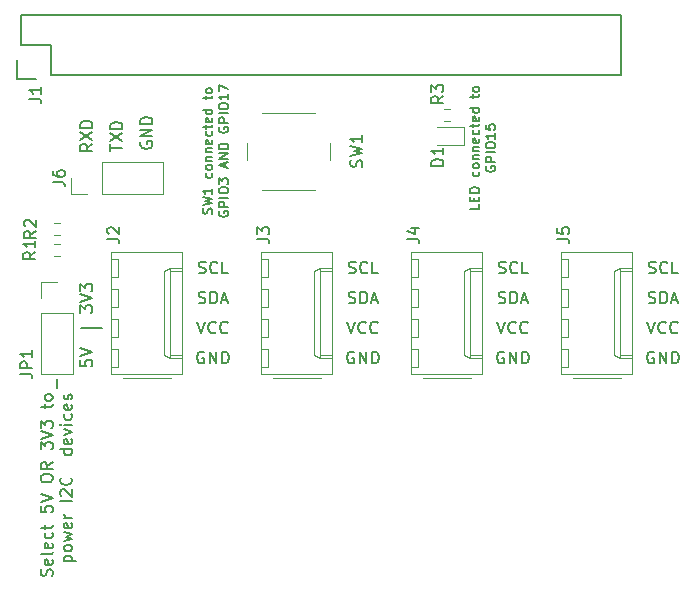
<source format=gto>
G04 #@! TF.GenerationSoftware,KiCad,Pcbnew,(5.1.7)-1*
G04 #@! TF.CreationDate,2021-05-12T14:55:54+08:00*
G04 #@! TF.ProjectId,pi4-breakout,7069342d-6272-4656-916b-6f75742e6b69,rev?*
G04 #@! TF.SameCoordinates,Original*
G04 #@! TF.FileFunction,Legend,Top*
G04 #@! TF.FilePolarity,Positive*
%FSLAX46Y46*%
G04 Gerber Fmt 4.6, Leading zero omitted, Abs format (unit mm)*
G04 Created by KiCad (PCBNEW (5.1.7)-1) date 2021-05-12 14:55:54*
%MOMM*%
%LPD*%
G01*
G04 APERTURE LIST*
%ADD10C,0.150000*%
%ADD11C,0.153000*%
%ADD12C,0.120000*%
%ADD13C,2.000000*%
%ADD14O,1.700000X1.700000*%
%ADD15R,1.700000X1.700000*%
%ADD16O,2.190000X1.740000*%
%ADD17R,1.727200X1.727200*%
%ADD18O,1.727200X1.727200*%
%ADD19C,6.200000*%
G04 APERTURE END LIST*
D10*
X123952000Y-104140000D02*
X125730000Y-104140000D01*
X134366095Y-106180000D02*
X134270857Y-106132380D01*
X134128000Y-106132380D01*
X133985142Y-106180000D01*
X133889904Y-106275238D01*
X133842285Y-106370476D01*
X133794666Y-106560952D01*
X133794666Y-106703809D01*
X133842285Y-106894285D01*
X133889904Y-106989523D01*
X133985142Y-107084761D01*
X134128000Y-107132380D01*
X134223238Y-107132380D01*
X134366095Y-107084761D01*
X134413714Y-107037142D01*
X134413714Y-106703809D01*
X134223238Y-106703809D01*
X134842285Y-107132380D02*
X134842285Y-106132380D01*
X135413714Y-107132380D01*
X135413714Y-106132380D01*
X135889904Y-107132380D02*
X135889904Y-106132380D01*
X136128000Y-106132380D01*
X136270857Y-106180000D01*
X136366095Y-106275238D01*
X136413714Y-106370476D01*
X136461333Y-106560952D01*
X136461333Y-106703809D01*
X136413714Y-106894285D01*
X136366095Y-106989523D01*
X136270857Y-107084761D01*
X136128000Y-107132380D01*
X135889904Y-107132380D01*
X133913714Y-102004761D02*
X134056571Y-102052380D01*
X134294666Y-102052380D01*
X134389904Y-102004761D01*
X134437523Y-101957142D01*
X134485142Y-101861904D01*
X134485142Y-101766666D01*
X134437523Y-101671428D01*
X134389904Y-101623809D01*
X134294666Y-101576190D01*
X134104190Y-101528571D01*
X134008952Y-101480952D01*
X133961333Y-101433333D01*
X133913714Y-101338095D01*
X133913714Y-101242857D01*
X133961333Y-101147619D01*
X134008952Y-101100000D01*
X134104190Y-101052380D01*
X134342285Y-101052380D01*
X134485142Y-101100000D01*
X134913714Y-102052380D02*
X134913714Y-101052380D01*
X135151809Y-101052380D01*
X135294666Y-101100000D01*
X135389904Y-101195238D01*
X135437523Y-101290476D01*
X135485142Y-101480952D01*
X135485142Y-101623809D01*
X135437523Y-101814285D01*
X135389904Y-101909523D01*
X135294666Y-102004761D01*
X135151809Y-102052380D01*
X134913714Y-102052380D01*
X135866095Y-101766666D02*
X136342285Y-101766666D01*
X135770857Y-102052380D02*
X136104190Y-101052380D01*
X136437523Y-102052380D01*
X133937523Y-99464761D02*
X134080380Y-99512380D01*
X134318476Y-99512380D01*
X134413714Y-99464761D01*
X134461333Y-99417142D01*
X134508952Y-99321904D01*
X134508952Y-99226666D01*
X134461333Y-99131428D01*
X134413714Y-99083809D01*
X134318476Y-99036190D01*
X134128000Y-98988571D01*
X134032761Y-98940952D01*
X133985142Y-98893333D01*
X133937523Y-98798095D01*
X133937523Y-98702857D01*
X133985142Y-98607619D01*
X134032761Y-98560000D01*
X134128000Y-98512380D01*
X134366095Y-98512380D01*
X134508952Y-98560000D01*
X135508952Y-99417142D02*
X135461333Y-99464761D01*
X135318476Y-99512380D01*
X135223238Y-99512380D01*
X135080380Y-99464761D01*
X134985142Y-99369523D01*
X134937523Y-99274285D01*
X134889904Y-99083809D01*
X134889904Y-98940952D01*
X134937523Y-98750476D01*
X134985142Y-98655238D01*
X135080380Y-98560000D01*
X135223238Y-98512380D01*
X135318476Y-98512380D01*
X135461333Y-98560000D01*
X135508952Y-98607619D01*
X136413714Y-99512380D02*
X135937523Y-99512380D01*
X135937523Y-98512380D01*
X133794666Y-103592380D02*
X134128000Y-104592380D01*
X134461333Y-103592380D01*
X135366095Y-104497142D02*
X135318476Y-104544761D01*
X135175619Y-104592380D01*
X135080380Y-104592380D01*
X134937523Y-104544761D01*
X134842285Y-104449523D01*
X134794666Y-104354285D01*
X134747047Y-104163809D01*
X134747047Y-104020952D01*
X134794666Y-103830476D01*
X134842285Y-103735238D01*
X134937523Y-103640000D01*
X135080380Y-103592380D01*
X135175619Y-103592380D01*
X135318476Y-103640000D01*
X135366095Y-103687619D01*
X136366095Y-104497142D02*
X136318476Y-104544761D01*
X136175619Y-104592380D01*
X136080380Y-104592380D01*
X135937523Y-104544761D01*
X135842285Y-104449523D01*
X135794666Y-104354285D01*
X135747047Y-104163809D01*
X135747047Y-104020952D01*
X135794666Y-103830476D01*
X135842285Y-103735238D01*
X135937523Y-103640000D01*
X136080380Y-103592380D01*
X136175619Y-103592380D01*
X136318476Y-103640000D01*
X136366095Y-103687619D01*
X147066095Y-106180000D02*
X146970857Y-106132380D01*
X146828000Y-106132380D01*
X146685142Y-106180000D01*
X146589904Y-106275238D01*
X146542285Y-106370476D01*
X146494666Y-106560952D01*
X146494666Y-106703809D01*
X146542285Y-106894285D01*
X146589904Y-106989523D01*
X146685142Y-107084761D01*
X146828000Y-107132380D01*
X146923238Y-107132380D01*
X147066095Y-107084761D01*
X147113714Y-107037142D01*
X147113714Y-106703809D01*
X146923238Y-106703809D01*
X147542285Y-107132380D02*
X147542285Y-106132380D01*
X148113714Y-107132380D01*
X148113714Y-106132380D01*
X148589904Y-107132380D02*
X148589904Y-106132380D01*
X148828000Y-106132380D01*
X148970857Y-106180000D01*
X149066095Y-106275238D01*
X149113714Y-106370476D01*
X149161333Y-106560952D01*
X149161333Y-106703809D01*
X149113714Y-106894285D01*
X149066095Y-106989523D01*
X148970857Y-107084761D01*
X148828000Y-107132380D01*
X148589904Y-107132380D01*
X146613714Y-102004761D02*
X146756571Y-102052380D01*
X146994666Y-102052380D01*
X147089904Y-102004761D01*
X147137523Y-101957142D01*
X147185142Y-101861904D01*
X147185142Y-101766666D01*
X147137523Y-101671428D01*
X147089904Y-101623809D01*
X146994666Y-101576190D01*
X146804190Y-101528571D01*
X146708952Y-101480952D01*
X146661333Y-101433333D01*
X146613714Y-101338095D01*
X146613714Y-101242857D01*
X146661333Y-101147619D01*
X146708952Y-101100000D01*
X146804190Y-101052380D01*
X147042285Y-101052380D01*
X147185142Y-101100000D01*
X147613714Y-102052380D02*
X147613714Y-101052380D01*
X147851809Y-101052380D01*
X147994666Y-101100000D01*
X148089904Y-101195238D01*
X148137523Y-101290476D01*
X148185142Y-101480952D01*
X148185142Y-101623809D01*
X148137523Y-101814285D01*
X148089904Y-101909523D01*
X147994666Y-102004761D01*
X147851809Y-102052380D01*
X147613714Y-102052380D01*
X148566095Y-101766666D02*
X149042285Y-101766666D01*
X148470857Y-102052380D02*
X148804190Y-101052380D01*
X149137523Y-102052380D01*
X146637523Y-99464761D02*
X146780380Y-99512380D01*
X147018476Y-99512380D01*
X147113714Y-99464761D01*
X147161333Y-99417142D01*
X147208952Y-99321904D01*
X147208952Y-99226666D01*
X147161333Y-99131428D01*
X147113714Y-99083809D01*
X147018476Y-99036190D01*
X146828000Y-98988571D01*
X146732761Y-98940952D01*
X146685142Y-98893333D01*
X146637523Y-98798095D01*
X146637523Y-98702857D01*
X146685142Y-98607619D01*
X146732761Y-98560000D01*
X146828000Y-98512380D01*
X147066095Y-98512380D01*
X147208952Y-98560000D01*
X148208952Y-99417142D02*
X148161333Y-99464761D01*
X148018476Y-99512380D01*
X147923238Y-99512380D01*
X147780380Y-99464761D01*
X147685142Y-99369523D01*
X147637523Y-99274285D01*
X147589904Y-99083809D01*
X147589904Y-98940952D01*
X147637523Y-98750476D01*
X147685142Y-98655238D01*
X147780380Y-98560000D01*
X147923238Y-98512380D01*
X148018476Y-98512380D01*
X148161333Y-98560000D01*
X148208952Y-98607619D01*
X149113714Y-99512380D02*
X148637523Y-99512380D01*
X148637523Y-98512380D01*
X146494666Y-103592380D02*
X146828000Y-104592380D01*
X147161333Y-103592380D01*
X148066095Y-104497142D02*
X148018476Y-104544761D01*
X147875619Y-104592380D01*
X147780380Y-104592380D01*
X147637523Y-104544761D01*
X147542285Y-104449523D01*
X147494666Y-104354285D01*
X147447047Y-104163809D01*
X147447047Y-104020952D01*
X147494666Y-103830476D01*
X147542285Y-103735238D01*
X147637523Y-103640000D01*
X147780380Y-103592380D01*
X147875619Y-103592380D01*
X148018476Y-103640000D01*
X148066095Y-103687619D01*
X149066095Y-104497142D02*
X149018476Y-104544761D01*
X148875619Y-104592380D01*
X148780380Y-104592380D01*
X148637523Y-104544761D01*
X148542285Y-104449523D01*
X148494666Y-104354285D01*
X148447047Y-104163809D01*
X148447047Y-104020952D01*
X148494666Y-103830476D01*
X148542285Y-103735238D01*
X148637523Y-103640000D01*
X148780380Y-103592380D01*
X148875619Y-103592380D01*
X149018476Y-103640000D01*
X149066095Y-103687619D01*
X159766095Y-106180000D02*
X159670857Y-106132380D01*
X159528000Y-106132380D01*
X159385142Y-106180000D01*
X159289904Y-106275238D01*
X159242285Y-106370476D01*
X159194666Y-106560952D01*
X159194666Y-106703809D01*
X159242285Y-106894285D01*
X159289904Y-106989523D01*
X159385142Y-107084761D01*
X159528000Y-107132380D01*
X159623238Y-107132380D01*
X159766095Y-107084761D01*
X159813714Y-107037142D01*
X159813714Y-106703809D01*
X159623238Y-106703809D01*
X160242285Y-107132380D02*
X160242285Y-106132380D01*
X160813714Y-107132380D01*
X160813714Y-106132380D01*
X161289904Y-107132380D02*
X161289904Y-106132380D01*
X161528000Y-106132380D01*
X161670857Y-106180000D01*
X161766095Y-106275238D01*
X161813714Y-106370476D01*
X161861333Y-106560952D01*
X161861333Y-106703809D01*
X161813714Y-106894285D01*
X161766095Y-106989523D01*
X161670857Y-107084761D01*
X161528000Y-107132380D01*
X161289904Y-107132380D01*
X159313714Y-102004761D02*
X159456571Y-102052380D01*
X159694666Y-102052380D01*
X159789904Y-102004761D01*
X159837523Y-101957142D01*
X159885142Y-101861904D01*
X159885142Y-101766666D01*
X159837523Y-101671428D01*
X159789904Y-101623809D01*
X159694666Y-101576190D01*
X159504190Y-101528571D01*
X159408952Y-101480952D01*
X159361333Y-101433333D01*
X159313714Y-101338095D01*
X159313714Y-101242857D01*
X159361333Y-101147619D01*
X159408952Y-101100000D01*
X159504190Y-101052380D01*
X159742285Y-101052380D01*
X159885142Y-101100000D01*
X160313714Y-102052380D02*
X160313714Y-101052380D01*
X160551809Y-101052380D01*
X160694666Y-101100000D01*
X160789904Y-101195238D01*
X160837523Y-101290476D01*
X160885142Y-101480952D01*
X160885142Y-101623809D01*
X160837523Y-101814285D01*
X160789904Y-101909523D01*
X160694666Y-102004761D01*
X160551809Y-102052380D01*
X160313714Y-102052380D01*
X161266095Y-101766666D02*
X161742285Y-101766666D01*
X161170857Y-102052380D02*
X161504190Y-101052380D01*
X161837523Y-102052380D01*
X159337523Y-99464761D02*
X159480380Y-99512380D01*
X159718476Y-99512380D01*
X159813714Y-99464761D01*
X159861333Y-99417142D01*
X159908952Y-99321904D01*
X159908952Y-99226666D01*
X159861333Y-99131428D01*
X159813714Y-99083809D01*
X159718476Y-99036190D01*
X159528000Y-98988571D01*
X159432761Y-98940952D01*
X159385142Y-98893333D01*
X159337523Y-98798095D01*
X159337523Y-98702857D01*
X159385142Y-98607619D01*
X159432761Y-98560000D01*
X159528000Y-98512380D01*
X159766095Y-98512380D01*
X159908952Y-98560000D01*
X160908952Y-99417142D02*
X160861333Y-99464761D01*
X160718476Y-99512380D01*
X160623238Y-99512380D01*
X160480380Y-99464761D01*
X160385142Y-99369523D01*
X160337523Y-99274285D01*
X160289904Y-99083809D01*
X160289904Y-98940952D01*
X160337523Y-98750476D01*
X160385142Y-98655238D01*
X160480380Y-98560000D01*
X160623238Y-98512380D01*
X160718476Y-98512380D01*
X160861333Y-98560000D01*
X160908952Y-98607619D01*
X161813714Y-99512380D02*
X161337523Y-99512380D01*
X161337523Y-98512380D01*
X159194666Y-103592380D02*
X159528000Y-104592380D01*
X159861333Y-103592380D01*
X160766095Y-104497142D02*
X160718476Y-104544761D01*
X160575619Y-104592380D01*
X160480380Y-104592380D01*
X160337523Y-104544761D01*
X160242285Y-104449523D01*
X160194666Y-104354285D01*
X160147047Y-104163809D01*
X160147047Y-104020952D01*
X160194666Y-103830476D01*
X160242285Y-103735238D01*
X160337523Y-103640000D01*
X160480380Y-103592380D01*
X160575619Y-103592380D01*
X160718476Y-103640000D01*
X160766095Y-103687619D01*
X161766095Y-104497142D02*
X161718476Y-104544761D01*
X161575619Y-104592380D01*
X161480380Y-104592380D01*
X161337523Y-104544761D01*
X161242285Y-104449523D01*
X161194666Y-104354285D01*
X161147047Y-104163809D01*
X161147047Y-104020952D01*
X161194666Y-103830476D01*
X161242285Y-103735238D01*
X161337523Y-103640000D01*
X161480380Y-103592380D01*
X161575619Y-103592380D01*
X161718476Y-103640000D01*
X161766095Y-103687619D01*
X129040000Y-88391904D02*
X128992380Y-88487142D01*
X128992380Y-88630000D01*
X129040000Y-88772857D01*
X129135238Y-88868095D01*
X129230476Y-88915714D01*
X129420952Y-88963333D01*
X129563809Y-88963333D01*
X129754285Y-88915714D01*
X129849523Y-88868095D01*
X129944761Y-88772857D01*
X129992380Y-88630000D01*
X129992380Y-88534761D01*
X129944761Y-88391904D01*
X129897142Y-88344285D01*
X129563809Y-88344285D01*
X129563809Y-88534761D01*
X129992380Y-87915714D02*
X128992380Y-87915714D01*
X129992380Y-87344285D01*
X128992380Y-87344285D01*
X129992380Y-86868095D02*
X128992380Y-86868095D01*
X128992380Y-86630000D01*
X129040000Y-86487142D01*
X129135238Y-86391904D01*
X129230476Y-86344285D01*
X129420952Y-86296666D01*
X129563809Y-86296666D01*
X129754285Y-86344285D01*
X129849523Y-86391904D01*
X129944761Y-86487142D01*
X129992380Y-86630000D01*
X129992380Y-86868095D01*
X126452380Y-89145904D02*
X126452380Y-88574476D01*
X127452380Y-88860190D02*
X126452380Y-88860190D01*
X126452380Y-88336380D02*
X127452380Y-87669714D01*
X126452380Y-87669714D02*
X127452380Y-88336380D01*
X127452380Y-87288761D02*
X126452380Y-87288761D01*
X126452380Y-87050666D01*
X126500000Y-86907809D01*
X126595238Y-86812571D01*
X126690476Y-86764952D01*
X126880952Y-86717333D01*
X127023809Y-86717333D01*
X127214285Y-86764952D01*
X127309523Y-86812571D01*
X127404761Y-86907809D01*
X127452380Y-87050666D01*
X127452380Y-87288761D01*
X124912380Y-88550666D02*
X124436190Y-88884000D01*
X124912380Y-89122095D02*
X123912380Y-89122095D01*
X123912380Y-88741142D01*
X123960000Y-88645904D01*
X124007619Y-88598285D01*
X124102857Y-88550666D01*
X124245714Y-88550666D01*
X124340952Y-88598285D01*
X124388571Y-88645904D01*
X124436190Y-88741142D01*
X124436190Y-89122095D01*
X123912380Y-88217333D02*
X124912380Y-87550666D01*
X123912380Y-87550666D02*
X124912380Y-88217333D01*
X124912380Y-87169714D02*
X123912380Y-87169714D01*
X123912380Y-86931619D01*
X123960000Y-86788761D01*
X124055238Y-86693523D01*
X124150476Y-86645904D01*
X124340952Y-86598285D01*
X124483809Y-86598285D01*
X124674285Y-86645904D01*
X124769523Y-86693523D01*
X124864761Y-86788761D01*
X124912380Y-86931619D01*
X124912380Y-87169714D01*
D11*
X157673404Y-93661904D02*
X157673404Y-94042857D01*
X156873404Y-94042857D01*
X157254357Y-93395238D02*
X157254357Y-93128571D01*
X157673404Y-93014285D02*
X157673404Y-93395238D01*
X156873404Y-93395238D01*
X156873404Y-93014285D01*
X157673404Y-92671428D02*
X156873404Y-92671428D01*
X156873404Y-92480952D01*
X156911500Y-92366666D01*
X156987690Y-92290476D01*
X157063880Y-92252380D01*
X157216261Y-92214285D01*
X157330547Y-92214285D01*
X157482928Y-92252380D01*
X157559119Y-92290476D01*
X157635309Y-92366666D01*
X157673404Y-92480952D01*
X157673404Y-92671428D01*
X157635309Y-90919047D02*
X157673404Y-90995238D01*
X157673404Y-91147619D01*
X157635309Y-91223809D01*
X157597214Y-91261904D01*
X157521023Y-91300000D01*
X157292452Y-91300000D01*
X157216261Y-91261904D01*
X157178166Y-91223809D01*
X157140071Y-91147619D01*
X157140071Y-90995238D01*
X157178166Y-90919047D01*
X157673404Y-90461904D02*
X157635309Y-90538095D01*
X157597214Y-90576190D01*
X157521023Y-90614285D01*
X157292452Y-90614285D01*
X157216261Y-90576190D01*
X157178166Y-90538095D01*
X157140071Y-90461904D01*
X157140071Y-90347619D01*
X157178166Y-90271428D01*
X157216261Y-90233333D01*
X157292452Y-90195238D01*
X157521023Y-90195238D01*
X157597214Y-90233333D01*
X157635309Y-90271428D01*
X157673404Y-90347619D01*
X157673404Y-90461904D01*
X157140071Y-89852380D02*
X157673404Y-89852380D01*
X157216261Y-89852380D02*
X157178166Y-89814285D01*
X157140071Y-89738095D01*
X157140071Y-89623809D01*
X157178166Y-89547619D01*
X157254357Y-89509523D01*
X157673404Y-89509523D01*
X157140071Y-89128571D02*
X157673404Y-89128571D01*
X157216261Y-89128571D02*
X157178166Y-89090476D01*
X157140071Y-89014285D01*
X157140071Y-88900000D01*
X157178166Y-88823809D01*
X157254357Y-88785714D01*
X157673404Y-88785714D01*
X157635309Y-88100000D02*
X157673404Y-88176190D01*
X157673404Y-88328571D01*
X157635309Y-88404761D01*
X157559119Y-88442857D01*
X157254357Y-88442857D01*
X157178166Y-88404761D01*
X157140071Y-88328571D01*
X157140071Y-88176190D01*
X157178166Y-88100000D01*
X157254357Y-88061904D01*
X157330547Y-88061904D01*
X157406738Y-88442857D01*
X157635309Y-87376190D02*
X157673404Y-87452380D01*
X157673404Y-87604761D01*
X157635309Y-87680952D01*
X157597214Y-87719047D01*
X157521023Y-87757142D01*
X157292452Y-87757142D01*
X157216261Y-87719047D01*
X157178166Y-87680952D01*
X157140071Y-87604761D01*
X157140071Y-87452380D01*
X157178166Y-87376190D01*
X157140071Y-87147619D02*
X157140071Y-86842857D01*
X156873404Y-87033333D02*
X157559119Y-87033333D01*
X157635309Y-86995238D01*
X157673404Y-86919047D01*
X157673404Y-86842857D01*
X157635309Y-86271428D02*
X157673404Y-86347619D01*
X157673404Y-86500000D01*
X157635309Y-86576190D01*
X157559119Y-86614285D01*
X157254357Y-86614285D01*
X157178166Y-86576190D01*
X157140071Y-86500000D01*
X157140071Y-86347619D01*
X157178166Y-86271428D01*
X157254357Y-86233333D01*
X157330547Y-86233333D01*
X157406738Y-86614285D01*
X157673404Y-85547619D02*
X156873404Y-85547619D01*
X157635309Y-85547619D02*
X157673404Y-85623809D01*
X157673404Y-85776190D01*
X157635309Y-85852380D01*
X157597214Y-85890476D01*
X157521023Y-85928571D01*
X157292452Y-85928571D01*
X157216261Y-85890476D01*
X157178166Y-85852380D01*
X157140071Y-85776190D01*
X157140071Y-85623809D01*
X157178166Y-85547619D01*
X157140071Y-84671428D02*
X157140071Y-84366666D01*
X156873404Y-84557142D02*
X157559119Y-84557142D01*
X157635309Y-84519047D01*
X157673404Y-84442857D01*
X157673404Y-84366666D01*
X157673404Y-83985714D02*
X157635309Y-84061904D01*
X157597214Y-84100000D01*
X157521023Y-84138095D01*
X157292452Y-84138095D01*
X157216261Y-84100000D01*
X157178166Y-84061904D01*
X157140071Y-83985714D01*
X157140071Y-83871428D01*
X157178166Y-83795238D01*
X157216261Y-83757142D01*
X157292452Y-83719047D01*
X157521023Y-83719047D01*
X157597214Y-83757142D01*
X157635309Y-83795238D01*
X157673404Y-83871428D01*
X157673404Y-83985714D01*
X158264500Y-90461904D02*
X158226404Y-90538095D01*
X158226404Y-90652380D01*
X158264500Y-90766666D01*
X158340690Y-90842857D01*
X158416880Y-90880952D01*
X158569261Y-90919047D01*
X158683547Y-90919047D01*
X158835928Y-90880952D01*
X158912119Y-90842857D01*
X158988309Y-90766666D01*
X159026404Y-90652380D01*
X159026404Y-90576190D01*
X158988309Y-90461904D01*
X158950214Y-90423809D01*
X158683547Y-90423809D01*
X158683547Y-90576190D01*
X159026404Y-90080952D02*
X158226404Y-90080952D01*
X158226404Y-89776190D01*
X158264500Y-89700000D01*
X158302595Y-89661904D01*
X158378785Y-89623809D01*
X158493071Y-89623809D01*
X158569261Y-89661904D01*
X158607357Y-89700000D01*
X158645452Y-89776190D01*
X158645452Y-90080952D01*
X159026404Y-89280952D02*
X158226404Y-89280952D01*
X158226404Y-88747619D02*
X158226404Y-88595238D01*
X158264500Y-88519047D01*
X158340690Y-88442857D01*
X158493071Y-88404761D01*
X158759738Y-88404761D01*
X158912119Y-88442857D01*
X158988309Y-88519047D01*
X159026404Y-88595238D01*
X159026404Y-88747619D01*
X158988309Y-88823809D01*
X158912119Y-88900000D01*
X158759738Y-88938095D01*
X158493071Y-88938095D01*
X158340690Y-88900000D01*
X158264500Y-88823809D01*
X158226404Y-88747619D01*
X159026404Y-87642857D02*
X159026404Y-88100000D01*
X159026404Y-87871428D02*
X158226404Y-87871428D01*
X158340690Y-87947619D01*
X158416880Y-88023809D01*
X158454976Y-88100000D01*
X158226404Y-86919047D02*
X158226404Y-87300000D01*
X158607357Y-87338095D01*
X158569261Y-87300000D01*
X158531166Y-87223809D01*
X158531166Y-87033333D01*
X158569261Y-86957142D01*
X158607357Y-86919047D01*
X158683547Y-86880952D01*
X158874023Y-86880952D01*
X158950214Y-86919047D01*
X158988309Y-86957142D01*
X159026404Y-87033333D01*
X159026404Y-87223809D01*
X158988309Y-87300000D01*
X158950214Y-87338095D01*
X135029309Y-94468285D02*
X135067404Y-94354000D01*
X135067404Y-94163523D01*
X135029309Y-94087333D01*
X134991214Y-94049238D01*
X134915023Y-94011142D01*
X134838833Y-94011142D01*
X134762642Y-94049238D01*
X134724547Y-94087333D01*
X134686452Y-94163523D01*
X134648357Y-94315904D01*
X134610261Y-94392095D01*
X134572166Y-94430190D01*
X134495976Y-94468285D01*
X134419785Y-94468285D01*
X134343595Y-94430190D01*
X134305500Y-94392095D01*
X134267404Y-94315904D01*
X134267404Y-94125428D01*
X134305500Y-94011142D01*
X134267404Y-93744476D02*
X135067404Y-93554000D01*
X134495976Y-93401619D01*
X135067404Y-93249238D01*
X134267404Y-93058761D01*
X135067404Y-92334952D02*
X135067404Y-92792095D01*
X135067404Y-92563523D02*
X134267404Y-92563523D01*
X134381690Y-92639714D01*
X134457880Y-92715904D01*
X134495976Y-92792095D01*
X135029309Y-91039714D02*
X135067404Y-91115904D01*
X135067404Y-91268285D01*
X135029309Y-91344476D01*
X134991214Y-91382571D01*
X134915023Y-91420666D01*
X134686452Y-91420666D01*
X134610261Y-91382571D01*
X134572166Y-91344476D01*
X134534071Y-91268285D01*
X134534071Y-91115904D01*
X134572166Y-91039714D01*
X135067404Y-90582571D02*
X135029309Y-90658761D01*
X134991214Y-90696857D01*
X134915023Y-90734952D01*
X134686452Y-90734952D01*
X134610261Y-90696857D01*
X134572166Y-90658761D01*
X134534071Y-90582571D01*
X134534071Y-90468285D01*
X134572166Y-90392095D01*
X134610261Y-90354000D01*
X134686452Y-90315904D01*
X134915023Y-90315904D01*
X134991214Y-90354000D01*
X135029309Y-90392095D01*
X135067404Y-90468285D01*
X135067404Y-90582571D01*
X134534071Y-89973047D02*
X135067404Y-89973047D01*
X134610261Y-89973047D02*
X134572166Y-89934952D01*
X134534071Y-89858761D01*
X134534071Y-89744476D01*
X134572166Y-89668285D01*
X134648357Y-89630190D01*
X135067404Y-89630190D01*
X134534071Y-89249238D02*
X135067404Y-89249238D01*
X134610261Y-89249238D02*
X134572166Y-89211142D01*
X134534071Y-89134952D01*
X134534071Y-89020666D01*
X134572166Y-88944476D01*
X134648357Y-88906380D01*
X135067404Y-88906380D01*
X135029309Y-88220666D02*
X135067404Y-88296857D01*
X135067404Y-88449238D01*
X135029309Y-88525428D01*
X134953119Y-88563523D01*
X134648357Y-88563523D01*
X134572166Y-88525428D01*
X134534071Y-88449238D01*
X134534071Y-88296857D01*
X134572166Y-88220666D01*
X134648357Y-88182571D01*
X134724547Y-88182571D01*
X134800738Y-88563523D01*
X135029309Y-87496857D02*
X135067404Y-87573047D01*
X135067404Y-87725428D01*
X135029309Y-87801619D01*
X134991214Y-87839714D01*
X134915023Y-87877809D01*
X134686452Y-87877809D01*
X134610261Y-87839714D01*
X134572166Y-87801619D01*
X134534071Y-87725428D01*
X134534071Y-87573047D01*
X134572166Y-87496857D01*
X134534071Y-87268285D02*
X134534071Y-86963523D01*
X134267404Y-87154000D02*
X134953119Y-87154000D01*
X135029309Y-87115904D01*
X135067404Y-87039714D01*
X135067404Y-86963523D01*
X135029309Y-86392095D02*
X135067404Y-86468285D01*
X135067404Y-86620666D01*
X135029309Y-86696857D01*
X134953119Y-86734952D01*
X134648357Y-86734952D01*
X134572166Y-86696857D01*
X134534071Y-86620666D01*
X134534071Y-86468285D01*
X134572166Y-86392095D01*
X134648357Y-86354000D01*
X134724547Y-86354000D01*
X134800738Y-86734952D01*
X135067404Y-85668285D02*
X134267404Y-85668285D01*
X135029309Y-85668285D02*
X135067404Y-85744476D01*
X135067404Y-85896857D01*
X135029309Y-85973047D01*
X134991214Y-86011142D01*
X134915023Y-86049238D01*
X134686452Y-86049238D01*
X134610261Y-86011142D01*
X134572166Y-85973047D01*
X134534071Y-85896857D01*
X134534071Y-85744476D01*
X134572166Y-85668285D01*
X134534071Y-84792095D02*
X134534071Y-84487333D01*
X134267404Y-84677809D02*
X134953119Y-84677809D01*
X135029309Y-84639714D01*
X135067404Y-84563523D01*
X135067404Y-84487333D01*
X135067404Y-84106380D02*
X135029309Y-84182571D01*
X134991214Y-84220666D01*
X134915023Y-84258761D01*
X134686452Y-84258761D01*
X134610261Y-84220666D01*
X134572166Y-84182571D01*
X134534071Y-84106380D01*
X134534071Y-83992095D01*
X134572166Y-83915904D01*
X134610261Y-83877809D01*
X134686452Y-83839714D01*
X134915023Y-83839714D01*
X134991214Y-83877809D01*
X135029309Y-83915904D01*
X135067404Y-83992095D01*
X135067404Y-84106380D01*
X135658500Y-94277809D02*
X135620404Y-94354000D01*
X135620404Y-94468285D01*
X135658500Y-94582571D01*
X135734690Y-94658761D01*
X135810880Y-94696857D01*
X135963261Y-94734952D01*
X136077547Y-94734952D01*
X136229928Y-94696857D01*
X136306119Y-94658761D01*
X136382309Y-94582571D01*
X136420404Y-94468285D01*
X136420404Y-94392095D01*
X136382309Y-94277809D01*
X136344214Y-94239714D01*
X136077547Y-94239714D01*
X136077547Y-94392095D01*
X136420404Y-93896857D02*
X135620404Y-93896857D01*
X135620404Y-93592095D01*
X135658500Y-93515904D01*
X135696595Y-93477809D01*
X135772785Y-93439714D01*
X135887071Y-93439714D01*
X135963261Y-93477809D01*
X136001357Y-93515904D01*
X136039452Y-93592095D01*
X136039452Y-93896857D01*
X136420404Y-93096857D02*
X135620404Y-93096857D01*
X135620404Y-92563523D02*
X135620404Y-92411142D01*
X135658500Y-92334952D01*
X135734690Y-92258761D01*
X135887071Y-92220666D01*
X136153738Y-92220666D01*
X136306119Y-92258761D01*
X136382309Y-92334952D01*
X136420404Y-92411142D01*
X136420404Y-92563523D01*
X136382309Y-92639714D01*
X136306119Y-92715904D01*
X136153738Y-92754000D01*
X135887071Y-92754000D01*
X135734690Y-92715904D01*
X135658500Y-92639714D01*
X135620404Y-92563523D01*
X135620404Y-91954000D02*
X135620404Y-91458761D01*
X135925166Y-91725428D01*
X135925166Y-91611142D01*
X135963261Y-91534952D01*
X136001357Y-91496857D01*
X136077547Y-91458761D01*
X136268023Y-91458761D01*
X136344214Y-91496857D01*
X136382309Y-91534952D01*
X136420404Y-91611142D01*
X136420404Y-91839714D01*
X136382309Y-91915904D01*
X136344214Y-91954000D01*
X136191833Y-90544476D02*
X136191833Y-90163523D01*
X136420404Y-90620666D02*
X135620404Y-90354000D01*
X136420404Y-90087333D01*
X136420404Y-89820666D02*
X135620404Y-89820666D01*
X136420404Y-89363523D01*
X135620404Y-89363523D01*
X136420404Y-88982571D02*
X135620404Y-88982571D01*
X135620404Y-88792095D01*
X135658500Y-88677809D01*
X135734690Y-88601619D01*
X135810880Y-88563523D01*
X135963261Y-88525428D01*
X136077547Y-88525428D01*
X136229928Y-88563523D01*
X136306119Y-88601619D01*
X136382309Y-88677809D01*
X136420404Y-88792095D01*
X136420404Y-88982571D01*
X135658500Y-87154000D02*
X135620404Y-87230190D01*
X135620404Y-87344476D01*
X135658500Y-87458761D01*
X135734690Y-87534952D01*
X135810880Y-87573047D01*
X135963261Y-87611142D01*
X136077547Y-87611142D01*
X136229928Y-87573047D01*
X136306119Y-87534952D01*
X136382309Y-87458761D01*
X136420404Y-87344476D01*
X136420404Y-87268285D01*
X136382309Y-87154000D01*
X136344214Y-87115904D01*
X136077547Y-87115904D01*
X136077547Y-87268285D01*
X136420404Y-86773047D02*
X135620404Y-86773047D01*
X135620404Y-86468285D01*
X135658500Y-86392095D01*
X135696595Y-86354000D01*
X135772785Y-86315904D01*
X135887071Y-86315904D01*
X135963261Y-86354000D01*
X136001357Y-86392095D01*
X136039452Y-86468285D01*
X136039452Y-86773047D01*
X136420404Y-85973047D02*
X135620404Y-85973047D01*
X135620404Y-85439714D02*
X135620404Y-85287333D01*
X135658500Y-85211142D01*
X135734690Y-85134952D01*
X135887071Y-85096857D01*
X136153738Y-85096857D01*
X136306119Y-85134952D01*
X136382309Y-85211142D01*
X136420404Y-85287333D01*
X136420404Y-85439714D01*
X136382309Y-85515904D01*
X136306119Y-85592095D01*
X136153738Y-85630190D01*
X135887071Y-85630190D01*
X135734690Y-85592095D01*
X135658500Y-85515904D01*
X135620404Y-85439714D01*
X136420404Y-84334952D02*
X136420404Y-84792095D01*
X136420404Y-84563523D02*
X135620404Y-84563523D01*
X135734690Y-84639714D01*
X135810880Y-84715904D01*
X135848976Y-84792095D01*
X135620404Y-84068285D02*
X135620404Y-83534952D01*
X136420404Y-83877809D01*
D10*
X121920000Y-109220000D02*
X121920000Y-108458000D01*
X121499761Y-125142928D02*
X121547380Y-125000071D01*
X121547380Y-124761976D01*
X121499761Y-124666738D01*
X121452142Y-124619119D01*
X121356904Y-124571500D01*
X121261666Y-124571500D01*
X121166428Y-124619119D01*
X121118809Y-124666738D01*
X121071190Y-124761976D01*
X121023571Y-124952452D01*
X120975952Y-125047690D01*
X120928333Y-125095309D01*
X120833095Y-125142928D01*
X120737857Y-125142928D01*
X120642619Y-125095309D01*
X120595000Y-125047690D01*
X120547380Y-124952452D01*
X120547380Y-124714357D01*
X120595000Y-124571500D01*
X121499761Y-123761976D02*
X121547380Y-123857214D01*
X121547380Y-124047690D01*
X121499761Y-124142928D01*
X121404523Y-124190547D01*
X121023571Y-124190547D01*
X120928333Y-124142928D01*
X120880714Y-124047690D01*
X120880714Y-123857214D01*
X120928333Y-123761976D01*
X121023571Y-123714357D01*
X121118809Y-123714357D01*
X121214047Y-124190547D01*
X121547380Y-123142928D02*
X121499761Y-123238166D01*
X121404523Y-123285785D01*
X120547380Y-123285785D01*
X121499761Y-122381023D02*
X121547380Y-122476261D01*
X121547380Y-122666738D01*
X121499761Y-122761976D01*
X121404523Y-122809595D01*
X121023571Y-122809595D01*
X120928333Y-122761976D01*
X120880714Y-122666738D01*
X120880714Y-122476261D01*
X120928333Y-122381023D01*
X121023571Y-122333404D01*
X121118809Y-122333404D01*
X121214047Y-122809595D01*
X121499761Y-121476261D02*
X121547380Y-121571500D01*
X121547380Y-121761976D01*
X121499761Y-121857214D01*
X121452142Y-121904833D01*
X121356904Y-121952452D01*
X121071190Y-121952452D01*
X120975952Y-121904833D01*
X120928333Y-121857214D01*
X120880714Y-121761976D01*
X120880714Y-121571500D01*
X120928333Y-121476261D01*
X120880714Y-121190547D02*
X120880714Y-120809595D01*
X120547380Y-121047690D02*
X121404523Y-121047690D01*
X121499761Y-121000071D01*
X121547380Y-120904833D01*
X121547380Y-120809595D01*
X120547380Y-119238166D02*
X120547380Y-119714357D01*
X121023571Y-119761976D01*
X120975952Y-119714357D01*
X120928333Y-119619119D01*
X120928333Y-119381023D01*
X120975952Y-119285785D01*
X121023571Y-119238166D01*
X121118809Y-119190547D01*
X121356904Y-119190547D01*
X121452142Y-119238166D01*
X121499761Y-119285785D01*
X121547380Y-119381023D01*
X121547380Y-119619119D01*
X121499761Y-119714357D01*
X121452142Y-119761976D01*
X120547380Y-118904833D02*
X121547380Y-118571500D01*
X120547380Y-118238166D01*
X120547380Y-116952452D02*
X120547380Y-116761976D01*
X120595000Y-116666738D01*
X120690238Y-116571500D01*
X120880714Y-116523880D01*
X121214047Y-116523880D01*
X121404523Y-116571500D01*
X121499761Y-116666738D01*
X121547380Y-116761976D01*
X121547380Y-116952452D01*
X121499761Y-117047690D01*
X121404523Y-117142928D01*
X121214047Y-117190547D01*
X120880714Y-117190547D01*
X120690238Y-117142928D01*
X120595000Y-117047690D01*
X120547380Y-116952452D01*
X121547380Y-115523880D02*
X121071190Y-115857214D01*
X121547380Y-116095309D02*
X120547380Y-116095309D01*
X120547380Y-115714357D01*
X120595000Y-115619119D01*
X120642619Y-115571500D01*
X120737857Y-115523880D01*
X120880714Y-115523880D01*
X120975952Y-115571500D01*
X121023571Y-115619119D01*
X121071190Y-115714357D01*
X121071190Y-116095309D01*
X120547380Y-114428642D02*
X120547380Y-113809595D01*
X120928333Y-114142928D01*
X120928333Y-114000071D01*
X120975952Y-113904833D01*
X121023571Y-113857214D01*
X121118809Y-113809595D01*
X121356904Y-113809595D01*
X121452142Y-113857214D01*
X121499761Y-113904833D01*
X121547380Y-114000071D01*
X121547380Y-114285785D01*
X121499761Y-114381023D01*
X121452142Y-114428642D01*
X120547380Y-113523880D02*
X121547380Y-113190547D01*
X120547380Y-112857214D01*
X120547380Y-112619119D02*
X120547380Y-112000071D01*
X120928333Y-112333404D01*
X120928333Y-112190547D01*
X120975952Y-112095309D01*
X121023571Y-112047690D01*
X121118809Y-112000071D01*
X121356904Y-112000071D01*
X121452142Y-112047690D01*
X121499761Y-112095309D01*
X121547380Y-112190547D01*
X121547380Y-112476261D01*
X121499761Y-112571500D01*
X121452142Y-112619119D01*
X120880714Y-110952452D02*
X120880714Y-110571500D01*
X120547380Y-110809595D02*
X121404523Y-110809595D01*
X121499761Y-110761976D01*
X121547380Y-110666738D01*
X121547380Y-110571500D01*
X121547380Y-110095309D02*
X121499761Y-110190547D01*
X121452142Y-110238166D01*
X121356904Y-110285785D01*
X121071190Y-110285785D01*
X120975952Y-110238166D01*
X120928333Y-110190547D01*
X120880714Y-110095309D01*
X120880714Y-109952452D01*
X120928333Y-109857214D01*
X120975952Y-109809595D01*
X121071190Y-109761976D01*
X121356904Y-109761976D01*
X121452142Y-109809595D01*
X121499761Y-109857214D01*
X121547380Y-109952452D01*
X121547380Y-110095309D01*
X122530714Y-123904833D02*
X123530714Y-123904833D01*
X122578333Y-123904833D02*
X122530714Y-123809595D01*
X122530714Y-123619119D01*
X122578333Y-123523880D01*
X122625952Y-123476261D01*
X122721190Y-123428642D01*
X123006904Y-123428642D01*
X123102142Y-123476261D01*
X123149761Y-123523880D01*
X123197380Y-123619119D01*
X123197380Y-123809595D01*
X123149761Y-123904833D01*
X123197380Y-122857214D02*
X123149761Y-122952452D01*
X123102142Y-123000071D01*
X123006904Y-123047690D01*
X122721190Y-123047690D01*
X122625952Y-123000071D01*
X122578333Y-122952452D01*
X122530714Y-122857214D01*
X122530714Y-122714357D01*
X122578333Y-122619119D01*
X122625952Y-122571500D01*
X122721190Y-122523880D01*
X123006904Y-122523880D01*
X123102142Y-122571500D01*
X123149761Y-122619119D01*
X123197380Y-122714357D01*
X123197380Y-122857214D01*
X122530714Y-122190547D02*
X123197380Y-122000071D01*
X122721190Y-121809595D01*
X123197380Y-121619119D01*
X122530714Y-121428642D01*
X123149761Y-120666738D02*
X123197380Y-120761976D01*
X123197380Y-120952452D01*
X123149761Y-121047690D01*
X123054523Y-121095309D01*
X122673571Y-121095309D01*
X122578333Y-121047690D01*
X122530714Y-120952452D01*
X122530714Y-120761976D01*
X122578333Y-120666738D01*
X122673571Y-120619119D01*
X122768809Y-120619119D01*
X122864047Y-121095309D01*
X123197380Y-120190547D02*
X122530714Y-120190547D01*
X122721190Y-120190547D02*
X122625952Y-120142928D01*
X122578333Y-120095309D01*
X122530714Y-120000071D01*
X122530714Y-119904833D01*
X123197380Y-118809595D02*
X122197380Y-118809595D01*
X122292619Y-118381023D02*
X122245000Y-118333404D01*
X122197380Y-118238166D01*
X122197380Y-118000071D01*
X122245000Y-117904833D01*
X122292619Y-117857214D01*
X122387857Y-117809595D01*
X122483095Y-117809595D01*
X122625952Y-117857214D01*
X123197380Y-118428642D01*
X123197380Y-117809595D01*
X123102142Y-116809595D02*
X123149761Y-116857214D01*
X123197380Y-117000071D01*
X123197380Y-117095309D01*
X123149761Y-117238166D01*
X123054523Y-117333404D01*
X122959285Y-117381023D01*
X122768809Y-117428642D01*
X122625952Y-117428642D01*
X122435476Y-117381023D01*
X122340238Y-117333404D01*
X122245000Y-117238166D01*
X122197380Y-117095309D01*
X122197380Y-117000071D01*
X122245000Y-116857214D01*
X122292619Y-116809595D01*
X123197380Y-114428642D02*
X122197380Y-114428642D01*
X123149761Y-114428642D02*
X123197380Y-114523880D01*
X123197380Y-114714357D01*
X123149761Y-114809595D01*
X123102142Y-114857214D01*
X123006904Y-114904833D01*
X122721190Y-114904833D01*
X122625952Y-114857214D01*
X122578333Y-114809595D01*
X122530714Y-114714357D01*
X122530714Y-114523880D01*
X122578333Y-114428642D01*
X123149761Y-113571500D02*
X123197380Y-113666738D01*
X123197380Y-113857214D01*
X123149761Y-113952452D01*
X123054523Y-114000071D01*
X122673571Y-114000071D01*
X122578333Y-113952452D01*
X122530714Y-113857214D01*
X122530714Y-113666738D01*
X122578333Y-113571500D01*
X122673571Y-113523880D01*
X122768809Y-113523880D01*
X122864047Y-114000071D01*
X122530714Y-113190547D02*
X123197380Y-112952452D01*
X122530714Y-112714357D01*
X123197380Y-112333404D02*
X122530714Y-112333404D01*
X122197380Y-112333404D02*
X122245000Y-112381023D01*
X122292619Y-112333404D01*
X122245000Y-112285785D01*
X122197380Y-112333404D01*
X122292619Y-112333404D01*
X123149761Y-111428642D02*
X123197380Y-111523880D01*
X123197380Y-111714357D01*
X123149761Y-111809595D01*
X123102142Y-111857214D01*
X123006904Y-111904833D01*
X122721190Y-111904833D01*
X122625952Y-111857214D01*
X122578333Y-111809595D01*
X122530714Y-111714357D01*
X122530714Y-111523880D01*
X122578333Y-111428642D01*
X123149761Y-110619119D02*
X123197380Y-110714357D01*
X123197380Y-110904833D01*
X123149761Y-111000071D01*
X123054523Y-111047690D01*
X122673571Y-111047690D01*
X122578333Y-111000071D01*
X122530714Y-110904833D01*
X122530714Y-110714357D01*
X122578333Y-110619119D01*
X122673571Y-110571500D01*
X122768809Y-110571500D01*
X122864047Y-111047690D01*
X123149761Y-110190547D02*
X123197380Y-110095309D01*
X123197380Y-109904833D01*
X123149761Y-109809595D01*
X123054523Y-109761976D01*
X123006904Y-109761976D01*
X122911666Y-109809595D01*
X122864047Y-109904833D01*
X122864047Y-110047690D01*
X122816428Y-110142928D01*
X122721190Y-110190547D01*
X122673571Y-110190547D01*
X122578333Y-110142928D01*
X122530714Y-110047690D01*
X122530714Y-109904833D01*
X122578333Y-109809595D01*
X123912380Y-102838095D02*
X123912380Y-102219047D01*
X124293333Y-102552380D01*
X124293333Y-102409523D01*
X124340952Y-102314285D01*
X124388571Y-102266666D01*
X124483809Y-102219047D01*
X124721904Y-102219047D01*
X124817142Y-102266666D01*
X124864761Y-102314285D01*
X124912380Y-102409523D01*
X124912380Y-102695238D01*
X124864761Y-102790476D01*
X124817142Y-102838095D01*
X123912380Y-101933333D02*
X124912380Y-101600000D01*
X123912380Y-101266666D01*
X123912380Y-101028571D02*
X123912380Y-100409523D01*
X124293333Y-100742857D01*
X124293333Y-100600000D01*
X124340952Y-100504761D01*
X124388571Y-100457142D01*
X124483809Y-100409523D01*
X124721904Y-100409523D01*
X124817142Y-100457142D01*
X124864761Y-100504761D01*
X124912380Y-100600000D01*
X124912380Y-100885714D01*
X124864761Y-100980952D01*
X124817142Y-101028571D01*
X123912380Y-106870476D02*
X123912380Y-107346666D01*
X124388571Y-107394285D01*
X124340952Y-107346666D01*
X124293333Y-107251428D01*
X124293333Y-107013333D01*
X124340952Y-106918095D01*
X124388571Y-106870476D01*
X124483809Y-106822857D01*
X124721904Y-106822857D01*
X124817142Y-106870476D01*
X124864761Y-106918095D01*
X124912380Y-107013333D01*
X124912380Y-107251428D01*
X124864761Y-107346666D01*
X124817142Y-107394285D01*
X123912380Y-106537142D02*
X124912380Y-106203809D01*
X123912380Y-105870476D01*
X172466095Y-106180000D02*
X172370857Y-106132380D01*
X172228000Y-106132380D01*
X172085142Y-106180000D01*
X171989904Y-106275238D01*
X171942285Y-106370476D01*
X171894666Y-106560952D01*
X171894666Y-106703809D01*
X171942285Y-106894285D01*
X171989904Y-106989523D01*
X172085142Y-107084761D01*
X172228000Y-107132380D01*
X172323238Y-107132380D01*
X172466095Y-107084761D01*
X172513714Y-107037142D01*
X172513714Y-106703809D01*
X172323238Y-106703809D01*
X172942285Y-107132380D02*
X172942285Y-106132380D01*
X173513714Y-107132380D01*
X173513714Y-106132380D01*
X173989904Y-107132380D02*
X173989904Y-106132380D01*
X174228000Y-106132380D01*
X174370857Y-106180000D01*
X174466095Y-106275238D01*
X174513714Y-106370476D01*
X174561333Y-106560952D01*
X174561333Y-106703809D01*
X174513714Y-106894285D01*
X174466095Y-106989523D01*
X174370857Y-107084761D01*
X174228000Y-107132380D01*
X173989904Y-107132380D01*
X171894666Y-103592380D02*
X172228000Y-104592380D01*
X172561333Y-103592380D01*
X173466095Y-104497142D02*
X173418476Y-104544761D01*
X173275619Y-104592380D01*
X173180380Y-104592380D01*
X173037523Y-104544761D01*
X172942285Y-104449523D01*
X172894666Y-104354285D01*
X172847047Y-104163809D01*
X172847047Y-104020952D01*
X172894666Y-103830476D01*
X172942285Y-103735238D01*
X173037523Y-103640000D01*
X173180380Y-103592380D01*
X173275619Y-103592380D01*
X173418476Y-103640000D01*
X173466095Y-103687619D01*
X174466095Y-104497142D02*
X174418476Y-104544761D01*
X174275619Y-104592380D01*
X174180380Y-104592380D01*
X174037523Y-104544761D01*
X173942285Y-104449523D01*
X173894666Y-104354285D01*
X173847047Y-104163809D01*
X173847047Y-104020952D01*
X173894666Y-103830476D01*
X173942285Y-103735238D01*
X174037523Y-103640000D01*
X174180380Y-103592380D01*
X174275619Y-103592380D01*
X174418476Y-103640000D01*
X174466095Y-103687619D01*
X172013714Y-102004761D02*
X172156571Y-102052380D01*
X172394666Y-102052380D01*
X172489904Y-102004761D01*
X172537523Y-101957142D01*
X172585142Y-101861904D01*
X172585142Y-101766666D01*
X172537523Y-101671428D01*
X172489904Y-101623809D01*
X172394666Y-101576190D01*
X172204190Y-101528571D01*
X172108952Y-101480952D01*
X172061333Y-101433333D01*
X172013714Y-101338095D01*
X172013714Y-101242857D01*
X172061333Y-101147619D01*
X172108952Y-101100000D01*
X172204190Y-101052380D01*
X172442285Y-101052380D01*
X172585142Y-101100000D01*
X173013714Y-102052380D02*
X173013714Y-101052380D01*
X173251809Y-101052380D01*
X173394666Y-101100000D01*
X173489904Y-101195238D01*
X173537523Y-101290476D01*
X173585142Y-101480952D01*
X173585142Y-101623809D01*
X173537523Y-101814285D01*
X173489904Y-101909523D01*
X173394666Y-102004761D01*
X173251809Y-102052380D01*
X173013714Y-102052380D01*
X173966095Y-101766666D02*
X174442285Y-101766666D01*
X173870857Y-102052380D02*
X174204190Y-101052380D01*
X174537523Y-102052380D01*
X172037523Y-99464761D02*
X172180380Y-99512380D01*
X172418476Y-99512380D01*
X172513714Y-99464761D01*
X172561333Y-99417142D01*
X172608952Y-99321904D01*
X172608952Y-99226666D01*
X172561333Y-99131428D01*
X172513714Y-99083809D01*
X172418476Y-99036190D01*
X172228000Y-98988571D01*
X172132761Y-98940952D01*
X172085142Y-98893333D01*
X172037523Y-98798095D01*
X172037523Y-98702857D01*
X172085142Y-98607619D01*
X172132761Y-98560000D01*
X172228000Y-98512380D01*
X172466095Y-98512380D01*
X172608952Y-98560000D01*
X173608952Y-99417142D02*
X173561333Y-99464761D01*
X173418476Y-99512380D01*
X173323238Y-99512380D01*
X173180380Y-99464761D01*
X173085142Y-99369523D01*
X173037523Y-99274285D01*
X172989904Y-99083809D01*
X172989904Y-98940952D01*
X173037523Y-98750476D01*
X173085142Y-98655238D01*
X173180380Y-98560000D01*
X173323238Y-98512380D01*
X173418476Y-98512380D01*
X173561333Y-98560000D01*
X173608952Y-98607619D01*
X174513714Y-99512380D02*
X174037523Y-99512380D01*
X174037523Y-98512380D01*
D12*
X138030000Y-88440000D02*
X138030000Y-89940000D01*
X139280000Y-92440000D02*
X143780000Y-92440000D01*
X145030000Y-89940000D02*
X145030000Y-88440000D01*
X143780000Y-85940000D02*
X139280000Y-85940000D01*
X155177258Y-85583500D02*
X154702742Y-85583500D01*
X155177258Y-86628500D02*
X154702742Y-86628500D01*
X121682742Y-96280500D02*
X122157258Y-96280500D01*
X121682742Y-95235500D02*
X122157258Y-95235500D01*
X121682742Y-98058500D02*
X122157258Y-98058500D01*
X121682742Y-97013500D02*
X122157258Y-97013500D01*
X120590000Y-100270000D02*
X121920000Y-100270000D01*
X120590000Y-101600000D02*
X120590000Y-100270000D01*
X120590000Y-102870000D02*
X123250000Y-102870000D01*
X123250000Y-102870000D02*
X123250000Y-108010000D01*
X120590000Y-102870000D02*
X120590000Y-108010000D01*
X120590000Y-108010000D02*
X123250000Y-108010000D01*
X123130000Y-92770000D02*
X123130000Y-91440000D01*
X124460000Y-92770000D02*
X123130000Y-92770000D01*
X125730000Y-92770000D02*
X125730000Y-90110000D01*
X125730000Y-90110000D02*
X130870000Y-90110000D01*
X125730000Y-92770000D02*
X130870000Y-92770000D01*
X130870000Y-92770000D02*
X130870000Y-90110000D01*
X165210000Y-98260000D02*
X164610000Y-98260000D01*
X165210000Y-99860000D02*
X165210000Y-98260000D01*
X164610000Y-99860000D02*
X165210000Y-99860000D01*
X165210000Y-100800000D02*
X164610000Y-100800000D01*
X165210000Y-102400000D02*
X165210000Y-100800000D01*
X164610000Y-102400000D02*
X165210000Y-102400000D01*
X165210000Y-103340000D02*
X164610000Y-103340000D01*
X165210000Y-104940000D02*
X165210000Y-103340000D01*
X164610000Y-104940000D02*
X165210000Y-104940000D01*
X165210000Y-105880000D02*
X164610000Y-105880000D01*
X165210000Y-107480000D02*
X165210000Y-105880000D01*
X164610000Y-107480000D02*
X165210000Y-107480000D01*
X170630000Y-99310000D02*
X169630000Y-99310000D01*
X170630000Y-106430000D02*
X169630000Y-106430000D01*
X169100000Y-99310000D02*
X169630000Y-99060000D01*
X169100000Y-106430000D02*
X169100000Y-99310000D01*
X169630000Y-106680000D02*
X169100000Y-106430000D01*
X169630000Y-99060000D02*
X170630000Y-99060000D01*
X169630000Y-106680000D02*
X169630000Y-99060000D01*
X170630000Y-106680000D02*
X169630000Y-106680000D01*
X165640000Y-108350000D02*
X169640000Y-108350000D01*
X164610000Y-97680000D02*
X164610000Y-108060000D01*
X170630000Y-97680000D02*
X164610000Y-97680000D01*
X170630000Y-108060000D02*
X170630000Y-97680000D01*
X164610000Y-108060000D02*
X170630000Y-108060000D01*
X152510000Y-98260000D02*
X151910000Y-98260000D01*
X152510000Y-99860000D02*
X152510000Y-98260000D01*
X151910000Y-99860000D02*
X152510000Y-99860000D01*
X152510000Y-100800000D02*
X151910000Y-100800000D01*
X152510000Y-102400000D02*
X152510000Y-100800000D01*
X151910000Y-102400000D02*
X152510000Y-102400000D01*
X152510000Y-103340000D02*
X151910000Y-103340000D01*
X152510000Y-104940000D02*
X152510000Y-103340000D01*
X151910000Y-104940000D02*
X152510000Y-104940000D01*
X152510000Y-105880000D02*
X151910000Y-105880000D01*
X152510000Y-107480000D02*
X152510000Y-105880000D01*
X151910000Y-107480000D02*
X152510000Y-107480000D01*
X157930000Y-99310000D02*
X156930000Y-99310000D01*
X157930000Y-106430000D02*
X156930000Y-106430000D01*
X156400000Y-99310000D02*
X156930000Y-99060000D01*
X156400000Y-106430000D02*
X156400000Y-99310000D01*
X156930000Y-106680000D02*
X156400000Y-106430000D01*
X156930000Y-99060000D02*
X157930000Y-99060000D01*
X156930000Y-106680000D02*
X156930000Y-99060000D01*
X157930000Y-106680000D02*
X156930000Y-106680000D01*
X152940000Y-108350000D02*
X156940000Y-108350000D01*
X151910000Y-97680000D02*
X151910000Y-108060000D01*
X157930000Y-97680000D02*
X151910000Y-97680000D01*
X157930000Y-108060000D02*
X157930000Y-97680000D01*
X151910000Y-108060000D02*
X157930000Y-108060000D01*
X139810000Y-98260000D02*
X139210000Y-98260000D01*
X139810000Y-99860000D02*
X139810000Y-98260000D01*
X139210000Y-99860000D02*
X139810000Y-99860000D01*
X139810000Y-100800000D02*
X139210000Y-100800000D01*
X139810000Y-102400000D02*
X139810000Y-100800000D01*
X139210000Y-102400000D02*
X139810000Y-102400000D01*
X139810000Y-103340000D02*
X139210000Y-103340000D01*
X139810000Y-104940000D02*
X139810000Y-103340000D01*
X139210000Y-104940000D02*
X139810000Y-104940000D01*
X139810000Y-105880000D02*
X139210000Y-105880000D01*
X139810000Y-107480000D02*
X139810000Y-105880000D01*
X139210000Y-107480000D02*
X139810000Y-107480000D01*
X145230000Y-99310000D02*
X144230000Y-99310000D01*
X145230000Y-106430000D02*
X144230000Y-106430000D01*
X143700000Y-99310000D02*
X144230000Y-99060000D01*
X143700000Y-106430000D02*
X143700000Y-99310000D01*
X144230000Y-106680000D02*
X143700000Y-106430000D01*
X144230000Y-99060000D02*
X145230000Y-99060000D01*
X144230000Y-106680000D02*
X144230000Y-99060000D01*
X145230000Y-106680000D02*
X144230000Y-106680000D01*
X140240000Y-108350000D02*
X144240000Y-108350000D01*
X139210000Y-97680000D02*
X139210000Y-108060000D01*
X145230000Y-97680000D02*
X139210000Y-97680000D01*
X145230000Y-108060000D02*
X145230000Y-97680000D01*
X139210000Y-108060000D02*
X145230000Y-108060000D01*
X127110000Y-98260000D02*
X126510000Y-98260000D01*
X127110000Y-99860000D02*
X127110000Y-98260000D01*
X126510000Y-99860000D02*
X127110000Y-99860000D01*
X127110000Y-100800000D02*
X126510000Y-100800000D01*
X127110000Y-102400000D02*
X127110000Y-100800000D01*
X126510000Y-102400000D02*
X127110000Y-102400000D01*
X127110000Y-103340000D02*
X126510000Y-103340000D01*
X127110000Y-104940000D02*
X127110000Y-103340000D01*
X126510000Y-104940000D02*
X127110000Y-104940000D01*
X127110000Y-105880000D02*
X126510000Y-105880000D01*
X127110000Y-107480000D02*
X127110000Y-105880000D01*
X126510000Y-107480000D02*
X127110000Y-107480000D01*
X132530000Y-99310000D02*
X131530000Y-99310000D01*
X132530000Y-106430000D02*
X131530000Y-106430000D01*
X131000000Y-99310000D02*
X131530000Y-99060000D01*
X131000000Y-106430000D02*
X131000000Y-99310000D01*
X131530000Y-106680000D02*
X131000000Y-106430000D01*
X131530000Y-99060000D02*
X132530000Y-99060000D01*
X131530000Y-106680000D02*
X131530000Y-99060000D01*
X132530000Y-106680000D02*
X131530000Y-106680000D01*
X127540000Y-108350000D02*
X131540000Y-108350000D01*
X126510000Y-97680000D02*
X126510000Y-108060000D01*
X132530000Y-97680000D02*
X126510000Y-97680000D01*
X132530000Y-108060000D02*
X132530000Y-97680000D01*
X126510000Y-108060000D02*
X132530000Y-108060000D01*
X156425000Y-87149000D02*
X154140000Y-87149000D01*
X156425000Y-88619000D02*
X156425000Y-87149000D01*
X154140000Y-88619000D02*
X156425000Y-88619000D01*
D10*
X169660000Y-77660000D02*
X118860000Y-77660000D01*
X121400000Y-82740000D02*
X169660000Y-82740000D01*
X169660000Y-77660000D02*
X169660000Y-82740000D01*
X118860000Y-77660000D02*
X118860000Y-80200000D01*
X118580000Y-81470000D02*
X118580000Y-83020000D01*
X118860000Y-80200000D02*
X121400000Y-80200000D01*
X121400000Y-80200000D02*
X121400000Y-82740000D01*
X118580000Y-83020000D02*
X120130000Y-83020000D01*
X147724761Y-90487333D02*
X147772380Y-90344476D01*
X147772380Y-90106380D01*
X147724761Y-90011142D01*
X147677142Y-89963523D01*
X147581904Y-89915904D01*
X147486666Y-89915904D01*
X147391428Y-89963523D01*
X147343809Y-90011142D01*
X147296190Y-90106380D01*
X147248571Y-90296857D01*
X147200952Y-90392095D01*
X147153333Y-90439714D01*
X147058095Y-90487333D01*
X146962857Y-90487333D01*
X146867619Y-90439714D01*
X146820000Y-90392095D01*
X146772380Y-90296857D01*
X146772380Y-90058761D01*
X146820000Y-89915904D01*
X146772380Y-89582571D02*
X147772380Y-89344476D01*
X147058095Y-89154000D01*
X147772380Y-88963523D01*
X146772380Y-88725428D01*
X147772380Y-87820666D02*
X147772380Y-88392095D01*
X147772380Y-88106380D02*
X146772380Y-88106380D01*
X146915238Y-88201619D01*
X147010476Y-88296857D01*
X147058095Y-88392095D01*
X154630380Y-84494666D02*
X154154190Y-84828000D01*
X154630380Y-85066095D02*
X153630380Y-85066095D01*
X153630380Y-84685142D01*
X153678000Y-84589904D01*
X153725619Y-84542285D01*
X153820857Y-84494666D01*
X153963714Y-84494666D01*
X154058952Y-84542285D01*
X154106571Y-84589904D01*
X154154190Y-84685142D01*
X154154190Y-85066095D01*
X153630380Y-84161333D02*
X153630380Y-83542285D01*
X154011333Y-83875619D01*
X154011333Y-83732761D01*
X154058952Y-83637523D01*
X154106571Y-83589904D01*
X154201809Y-83542285D01*
X154439904Y-83542285D01*
X154535142Y-83589904D01*
X154582761Y-83637523D01*
X154630380Y-83732761D01*
X154630380Y-84018476D01*
X154582761Y-84113714D01*
X154535142Y-84161333D01*
X120149380Y-95924666D02*
X119673190Y-96258000D01*
X120149380Y-96496095D02*
X119149380Y-96496095D01*
X119149380Y-96115142D01*
X119197000Y-96019904D01*
X119244619Y-95972285D01*
X119339857Y-95924666D01*
X119482714Y-95924666D01*
X119577952Y-95972285D01*
X119625571Y-96019904D01*
X119673190Y-96115142D01*
X119673190Y-96496095D01*
X119244619Y-95543714D02*
X119197000Y-95496095D01*
X119149380Y-95400857D01*
X119149380Y-95162761D01*
X119197000Y-95067523D01*
X119244619Y-95019904D01*
X119339857Y-94972285D01*
X119435095Y-94972285D01*
X119577952Y-95019904D01*
X120149380Y-95591333D01*
X120149380Y-94972285D01*
X120086380Y-97702666D02*
X119610190Y-98036000D01*
X120086380Y-98274095D02*
X119086380Y-98274095D01*
X119086380Y-97893142D01*
X119134000Y-97797904D01*
X119181619Y-97750285D01*
X119276857Y-97702666D01*
X119419714Y-97702666D01*
X119514952Y-97750285D01*
X119562571Y-97797904D01*
X119610190Y-97893142D01*
X119610190Y-98274095D01*
X120086380Y-96750285D02*
X120086380Y-97321714D01*
X120086380Y-97036000D02*
X119086380Y-97036000D01*
X119229238Y-97131238D01*
X119324476Y-97226476D01*
X119372095Y-97321714D01*
X118832380Y-108021333D02*
X119546666Y-108021333D01*
X119689523Y-108068952D01*
X119784761Y-108164190D01*
X119832380Y-108307047D01*
X119832380Y-108402285D01*
X119832380Y-107545142D02*
X118832380Y-107545142D01*
X118832380Y-107164190D01*
X118880000Y-107068952D01*
X118927619Y-107021333D01*
X119022857Y-106973714D01*
X119165714Y-106973714D01*
X119260952Y-107021333D01*
X119308571Y-107068952D01*
X119356190Y-107164190D01*
X119356190Y-107545142D01*
X119832380Y-106021333D02*
X119832380Y-106592761D01*
X119832380Y-106307047D02*
X118832380Y-106307047D01*
X118975238Y-106402285D01*
X119070476Y-106497523D01*
X119118095Y-106592761D01*
X121582380Y-91773333D02*
X122296666Y-91773333D01*
X122439523Y-91820952D01*
X122534761Y-91916190D01*
X122582380Y-92059047D01*
X122582380Y-92154285D01*
X121582380Y-90868571D02*
X121582380Y-91059047D01*
X121630000Y-91154285D01*
X121677619Y-91201904D01*
X121820476Y-91297142D01*
X122010952Y-91344761D01*
X122391904Y-91344761D01*
X122487142Y-91297142D01*
X122534761Y-91249523D01*
X122582380Y-91154285D01*
X122582380Y-90963809D01*
X122534761Y-90868571D01*
X122487142Y-90820952D01*
X122391904Y-90773333D01*
X122153809Y-90773333D01*
X122058571Y-90820952D01*
X122010952Y-90868571D01*
X121963333Y-90963809D01*
X121963333Y-91154285D01*
X122010952Y-91249523D01*
X122058571Y-91297142D01*
X122153809Y-91344761D01*
X164298380Y-96599333D02*
X165012666Y-96599333D01*
X165155523Y-96646952D01*
X165250761Y-96742190D01*
X165298380Y-96885047D01*
X165298380Y-96980285D01*
X164298380Y-95646952D02*
X164298380Y-96123142D01*
X164774571Y-96170761D01*
X164726952Y-96123142D01*
X164679333Y-96027904D01*
X164679333Y-95789809D01*
X164726952Y-95694571D01*
X164774571Y-95646952D01*
X164869809Y-95599333D01*
X165107904Y-95599333D01*
X165203142Y-95646952D01*
X165250761Y-95694571D01*
X165298380Y-95789809D01*
X165298380Y-96027904D01*
X165250761Y-96123142D01*
X165203142Y-96170761D01*
X151598380Y-96599333D02*
X152312666Y-96599333D01*
X152455523Y-96646952D01*
X152550761Y-96742190D01*
X152598380Y-96885047D01*
X152598380Y-96980285D01*
X151931714Y-95694571D02*
X152598380Y-95694571D01*
X151550761Y-95932666D02*
X152265047Y-96170761D01*
X152265047Y-95551714D01*
X138898380Y-96599333D02*
X139612666Y-96599333D01*
X139755523Y-96646952D01*
X139850761Y-96742190D01*
X139898380Y-96885047D01*
X139898380Y-96980285D01*
X138898380Y-96218380D02*
X138898380Y-95599333D01*
X139279333Y-95932666D01*
X139279333Y-95789809D01*
X139326952Y-95694571D01*
X139374571Y-95646952D01*
X139469809Y-95599333D01*
X139707904Y-95599333D01*
X139803142Y-95646952D01*
X139850761Y-95694571D01*
X139898380Y-95789809D01*
X139898380Y-96075523D01*
X139850761Y-96170761D01*
X139803142Y-96218380D01*
X126198380Y-96599333D02*
X126912666Y-96599333D01*
X127055523Y-96646952D01*
X127150761Y-96742190D01*
X127198380Y-96885047D01*
X127198380Y-96980285D01*
X126293619Y-96170761D02*
X126246000Y-96123142D01*
X126198380Y-96027904D01*
X126198380Y-95789809D01*
X126246000Y-95694571D01*
X126293619Y-95646952D01*
X126388857Y-95599333D01*
X126484095Y-95599333D01*
X126626952Y-95646952D01*
X127198380Y-96218380D01*
X127198380Y-95599333D01*
X154630380Y-90400095D02*
X153630380Y-90400095D01*
X153630380Y-90162000D01*
X153678000Y-90019142D01*
X153773238Y-89923904D01*
X153868476Y-89876285D01*
X154058952Y-89828666D01*
X154201809Y-89828666D01*
X154392285Y-89876285D01*
X154487523Y-89923904D01*
X154582761Y-90019142D01*
X154630380Y-90162000D01*
X154630380Y-90400095D01*
X154630380Y-88876285D02*
X154630380Y-89447714D01*
X154630380Y-89162000D02*
X153630380Y-89162000D01*
X153773238Y-89257238D01*
X153868476Y-89352476D01*
X153916095Y-89447714D01*
X119582380Y-84724333D02*
X120296666Y-84724333D01*
X120439523Y-84771952D01*
X120534761Y-84867190D01*
X120582380Y-85010047D01*
X120582380Y-85105285D01*
X120582380Y-83724333D02*
X120582380Y-84295761D01*
X120582380Y-84010047D02*
X119582380Y-84010047D01*
X119725238Y-84105285D01*
X119820476Y-84200523D01*
X119868095Y-84295761D01*
%LPC*%
D13*
X138280000Y-91440000D03*
X138280000Y-86940000D03*
X144780000Y-91440000D03*
X144780000Y-86940000D03*
G36*
G01*
X154515000Y-85831000D02*
X154515000Y-86381000D01*
G75*
G02*
X154315000Y-86581000I-200000J0D01*
G01*
X153915000Y-86581000D01*
G75*
G02*
X153715000Y-86381000I0J200000D01*
G01*
X153715000Y-85831000D01*
G75*
G02*
X153915000Y-85631000I200000J0D01*
G01*
X154315000Y-85631000D01*
G75*
G02*
X154515000Y-85831000I0J-200000D01*
G01*
G37*
G36*
G01*
X156165000Y-85831000D02*
X156165000Y-86381000D01*
G75*
G02*
X155965000Y-86581000I-200000J0D01*
G01*
X155565000Y-86581000D01*
G75*
G02*
X155365000Y-86381000I0J200000D01*
G01*
X155365000Y-85831000D01*
G75*
G02*
X155565000Y-85631000I200000J0D01*
G01*
X155965000Y-85631000D01*
G75*
G02*
X156165000Y-85831000I0J-200000D01*
G01*
G37*
G36*
G01*
X122345000Y-96033000D02*
X122345000Y-95483000D01*
G75*
G02*
X122545000Y-95283000I200000J0D01*
G01*
X122945000Y-95283000D01*
G75*
G02*
X123145000Y-95483000I0J-200000D01*
G01*
X123145000Y-96033000D01*
G75*
G02*
X122945000Y-96233000I-200000J0D01*
G01*
X122545000Y-96233000D01*
G75*
G02*
X122345000Y-96033000I0J200000D01*
G01*
G37*
G36*
G01*
X120695000Y-96033000D02*
X120695000Y-95483000D01*
G75*
G02*
X120895000Y-95283000I200000J0D01*
G01*
X121295000Y-95283000D01*
G75*
G02*
X121495000Y-95483000I0J-200000D01*
G01*
X121495000Y-96033000D01*
G75*
G02*
X121295000Y-96233000I-200000J0D01*
G01*
X120895000Y-96233000D01*
G75*
G02*
X120695000Y-96033000I0J200000D01*
G01*
G37*
G36*
G01*
X122345000Y-97811000D02*
X122345000Y-97261000D01*
G75*
G02*
X122545000Y-97061000I200000J0D01*
G01*
X122945000Y-97061000D01*
G75*
G02*
X123145000Y-97261000I0J-200000D01*
G01*
X123145000Y-97811000D01*
G75*
G02*
X122945000Y-98011000I-200000J0D01*
G01*
X122545000Y-98011000D01*
G75*
G02*
X122345000Y-97811000I0J200000D01*
G01*
G37*
G36*
G01*
X120695000Y-97811000D02*
X120695000Y-97261000D01*
G75*
G02*
X120895000Y-97061000I200000J0D01*
G01*
X121295000Y-97061000D01*
G75*
G02*
X121495000Y-97261000I0J-200000D01*
G01*
X121495000Y-97811000D01*
G75*
G02*
X121295000Y-98011000I-200000J0D01*
G01*
X120895000Y-98011000D01*
G75*
G02*
X120695000Y-97811000I0J200000D01*
G01*
G37*
D14*
X121920000Y-106680000D03*
X121920000Y-104140000D03*
D15*
X121920000Y-101600000D03*
D14*
X129540000Y-91440000D03*
X127000000Y-91440000D03*
D15*
X124460000Y-91440000D03*
D16*
X167640000Y-99060000D03*
X167640000Y-101600000D03*
X167640000Y-104140000D03*
G36*
G01*
X168485001Y-107550000D02*
X166794999Y-107550000D01*
G75*
G02*
X166545000Y-107300001I0J249999D01*
G01*
X166545000Y-106059999D01*
G75*
G02*
X166794999Y-105810000I249999J0D01*
G01*
X168485001Y-105810000D01*
G75*
G02*
X168735000Y-106059999I0J-249999D01*
G01*
X168735000Y-107300001D01*
G75*
G02*
X168485001Y-107550000I-249999J0D01*
G01*
G37*
X154940000Y-99060000D03*
X154940000Y-101600000D03*
X154940000Y-104140000D03*
G36*
G01*
X155785001Y-107550000D02*
X154094999Y-107550000D01*
G75*
G02*
X153845000Y-107300001I0J249999D01*
G01*
X153845000Y-106059999D01*
G75*
G02*
X154094999Y-105810000I249999J0D01*
G01*
X155785001Y-105810000D01*
G75*
G02*
X156035000Y-106059999I0J-249999D01*
G01*
X156035000Y-107300001D01*
G75*
G02*
X155785001Y-107550000I-249999J0D01*
G01*
G37*
X142240000Y-99060000D03*
X142240000Y-101600000D03*
X142240000Y-104140000D03*
G36*
G01*
X143085001Y-107550000D02*
X141394999Y-107550000D01*
G75*
G02*
X141145000Y-107300001I0J249999D01*
G01*
X141145000Y-106059999D01*
G75*
G02*
X141394999Y-105810000I249999J0D01*
G01*
X143085001Y-105810000D01*
G75*
G02*
X143335000Y-106059999I0J-249999D01*
G01*
X143335000Y-107300001D01*
G75*
G02*
X143085001Y-107550000I-249999J0D01*
G01*
G37*
X129540000Y-99060000D03*
X129540000Y-101600000D03*
X129540000Y-104140000D03*
G36*
G01*
X130385001Y-107550000D02*
X128694999Y-107550000D01*
G75*
G02*
X128445000Y-107300001I0J249999D01*
G01*
X128445000Y-106059999D01*
G75*
G02*
X128694999Y-105810000I249999J0D01*
G01*
X130385001Y-105810000D01*
G75*
G02*
X130635000Y-106059999I0J-249999D01*
G01*
X130635000Y-107300001D01*
G75*
G02*
X130385001Y-107550000I-249999J0D01*
G01*
G37*
G36*
G01*
X154590000Y-87627750D02*
X154590000Y-88140250D01*
G75*
G02*
X154371250Y-88359000I-218750J0D01*
G01*
X153933750Y-88359000D01*
G75*
G02*
X153715000Y-88140250I0J218750D01*
G01*
X153715000Y-87627750D01*
G75*
G02*
X153933750Y-87409000I218750J0D01*
G01*
X154371250Y-87409000D01*
G75*
G02*
X154590000Y-87627750I0J-218750D01*
G01*
G37*
G36*
G01*
X156165000Y-87627750D02*
X156165000Y-88140250D01*
G75*
G02*
X155946250Y-88359000I-218750J0D01*
G01*
X155508750Y-88359000D01*
G75*
G02*
X155290000Y-88140250I0J218750D01*
G01*
X155290000Y-87627750D01*
G75*
G02*
X155508750Y-87409000I218750J0D01*
G01*
X155946250Y-87409000D01*
G75*
G02*
X156165000Y-87627750I0J-218750D01*
G01*
G37*
D17*
X120130000Y-81470000D03*
D18*
X120130000Y-78930000D03*
X122670000Y-81470000D03*
X122670000Y-78930000D03*
X125210000Y-81470000D03*
X125210000Y-78930000D03*
X127750000Y-81470000D03*
X127750000Y-78930000D03*
X130290000Y-81470000D03*
X130290000Y-78930000D03*
X132830000Y-81470000D03*
X132830000Y-78930000D03*
X135370000Y-81470000D03*
X135370000Y-78930000D03*
X137910000Y-81470000D03*
X137910000Y-78930000D03*
X140450000Y-81470000D03*
X140450000Y-78930000D03*
X142990000Y-81470000D03*
X142990000Y-78930000D03*
X145530000Y-81470000D03*
X145530000Y-78930000D03*
X148070000Y-81470000D03*
X148070000Y-78930000D03*
X150610000Y-81470000D03*
X150610000Y-78930000D03*
X153150000Y-81470000D03*
X153150000Y-78930000D03*
X155690000Y-81470000D03*
X155690000Y-78930000D03*
X158230000Y-81470000D03*
X158230000Y-78930000D03*
X160770000Y-81470000D03*
X160770000Y-78930000D03*
X163310000Y-81470000D03*
X163310000Y-78930000D03*
X165850000Y-81470000D03*
X165850000Y-78930000D03*
X168390000Y-81470000D03*
X168390000Y-78930000D03*
D19*
X173260000Y-80200000D03*
X173260000Y-129200000D03*
X115260000Y-129200000D03*
X115260000Y-80200000D03*
M02*

</source>
